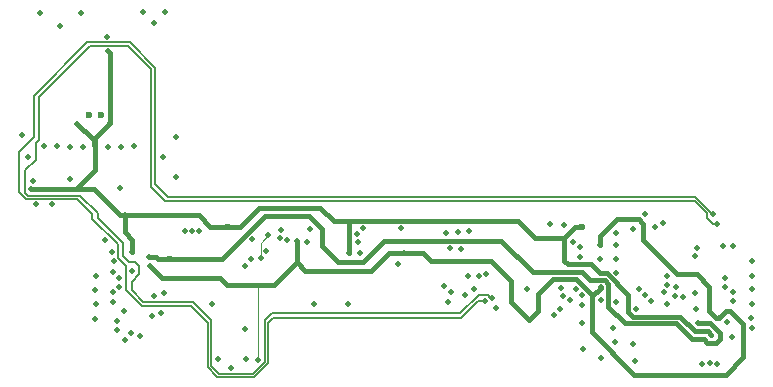
<source format=gbr>
%TF.GenerationSoftware,KiCad,Pcbnew,(6.0.7)*%
%TF.CreationDate,2022-09-26T14:07:28+03:00*%
%TF.ProjectId,202-combi-v0.2,3230322d-636f-46d6-9269-2d76302e322e,rev?*%
%TF.SameCoordinates,PX328b740PY3479d68*%
%TF.FileFunction,Copper,L4,Inr*%
%TF.FilePolarity,Positive*%
%FSLAX46Y46*%
G04 Gerber Fmt 4.6, Leading zero omitted, Abs format (unit mm)*
G04 Created by KiCad (PCBNEW (6.0.7)) date 2022-09-26 14:07:28*
%MOMM*%
%LPD*%
G01*
G04 APERTURE LIST*
%TA.AperFunction,ViaPad*%
%ADD10C,0.500000*%
%TD*%
%TA.AperFunction,ViaPad*%
%ADD11C,0.600000*%
%TD*%
%TA.AperFunction,Conductor*%
%ADD12C,0.400000*%
%TD*%
%TA.AperFunction,Conductor*%
%ADD13C,0.100000*%
%TD*%
%TA.AperFunction,Conductor*%
%ADD14C,0.150000*%
%TD*%
%TA.AperFunction,Conductor*%
%ADD15C,0.120000*%
%TD*%
G04 APERTURE END LIST*
D10*
%TO.N,/SYS_EX_nINT*%
X48175000Y-20925000D03*
X55900000Y-25175000D03*
D11*
%TO.N,+2V8*%
X14050000Y-22350000D03*
%TO.N,+3.3V*%
X19000000Y-19675000D03*
D10*
%TO.N,GND*%
X16525000Y-20025000D03*
X15325000Y-20025000D03*
X15912500Y-20025000D03*
X51825000Y-23575000D03*
X53275000Y-19825000D03*
X6550000Y-1525000D03*
X13675000Y-1425000D03*
X20475000Y-30875000D03*
X44250000Y-24950000D03*
X50450000Y-22375000D03*
X53725000Y-24950000D03*
D11*
X7175000Y-10200000D03*
D10*
X63300000Y-26175000D03*
X18125000Y-30825000D03*
X37400000Y-20175000D03*
X2675000Y-17750000D03*
X7800000Y-23775000D03*
X49050000Y-29975000D03*
X9825000Y-16375000D03*
X9250000Y-23500000D03*
X7725000Y-27425000D03*
X12700000Y-2425000D03*
X51800000Y-21175000D03*
X23475000Y-19950000D03*
D11*
X8225000Y-10175000D03*
D10*
X14550000Y-15425000D03*
X17650000Y-26150000D03*
X5550000Y-15575000D03*
X11750000Y-1425000D03*
X63350000Y-22575000D03*
X37800000Y-21450000D03*
X29150000Y-26200000D03*
X7750000Y-24975000D03*
X10850000Y-23375000D03*
X13450000Y-13725000D03*
X37625000Y-26025000D03*
X3050000Y-1525000D03*
X4750000Y-2650000D03*
X1500000Y-11875000D03*
X63300000Y-23775000D03*
X7775000Y-26175000D03*
X63300000Y-28175000D03*
X25900000Y-19800000D03*
X63350000Y-24950000D03*
X2025000Y-13725000D03*
X51850000Y-22350000D03*
X58625000Y-26575000D03*
X5550000Y-12875000D03*
X25650000Y-20950000D03*
X9125000Y-21750000D03*
X47375000Y-19475000D03*
X14525000Y-12025000D03*
X2450000Y-15725000D03*
%TO.N,+3.3V*%
X10825000Y-21800000D03*
X50500000Y-23575000D03*
X8850000Y-4750000D03*
X29250000Y-21900000D03*
X59900000Y-28825000D03*
X9000000Y-10875000D03*
X6225000Y-10925000D03*
X2325000Y-16450000D03*
D11*
X48975000Y-19650000D03*
D10*
X10225000Y-18650000D03*
D11*
X7747998Y-12647998D03*
D10*
%TO.N,+1V8*%
X24800000Y-20825000D03*
X12350000Y-22975000D03*
X60575000Y-27400000D03*
X21500000Y-30900000D03*
X44475000Y-27525000D03*
X33850000Y-21825000D03*
X50525000Y-24775000D03*
X50462500Y-21175000D03*
%TO.N,+2V8*%
X12250000Y-22175000D03*
X58750000Y-27775000D03*
%TO.N,/EXTCLK*%
X4075000Y-17725000D03*
X54275000Y-18575000D03*
X46250000Y-19375000D03*
%TO.N,/LEFT_SCL*%
X55125000Y-19700000D03*
X54300000Y-25400000D03*
%TO.N,/RIGHT_SCL*%
X48475000Y-24950000D03*
X38400000Y-20075000D03*
%TO.N,/LEFT_SDA*%
X54825000Y-25925000D03*
X55800000Y-19325000D03*
%TO.N,/RIGHT_SDA*%
X48912500Y-25425000D03*
X39375000Y-19975000D03*
%TO.N,/LEFT_PWRDN*%
X20425000Y-22950000D03*
X41361535Y-25638596D03*
X60400000Y-19425000D03*
X63275000Y-27350000D03*
%TO.N,/LEFT_RESET*%
X20875000Y-22350000D03*
X60025000Y-18575000D03*
X61660439Y-29010439D03*
X40748433Y-25948433D03*
%TO.N,/LEFT_ATT_INT*%
X61200000Y-27675000D03*
X41675000Y-26520500D03*
%TO.N,/LEFT_ATT_XSHUT*%
X58474500Y-25250000D03*
X39800000Y-24925000D03*
%TO.N,/RIGHT_PWRDN*%
X26275000Y-26175000D03*
X39050000Y-25425000D03*
X9300000Y-22575000D03*
%TO.N,/RIGHT_RESET*%
X21025000Y-20640500D03*
X8575000Y-20750000D03*
X40850000Y-23625000D03*
%TO.N,/RIGHT_ATT_INT*%
X40225000Y-23775000D03*
X21775500Y-22275000D03*
X22377061Y-20347939D03*
X13550000Y-25275000D03*
%TO.N,/RIGHT_ATT_XSHUT*%
X22200000Y-21700000D03*
X12700000Y-25525000D03*
X39300000Y-23825000D03*
%TO.N,Net-(R4-Pad1)*%
X20425000Y-28300000D03*
X19200000Y-31625000D03*
%TO.N,/SYS_SDA_1V8*%
X24000000Y-20800000D03*
X47147939Y-24802061D03*
%TO.N,/SYS_SCL_1V8*%
X47300000Y-25475000D03*
X23400000Y-20600000D03*
%TO.N,/DAT2*%
X51750000Y-29375000D03*
X11050000Y-12825000D03*
%TO.N,/DAT3*%
X51800000Y-20200000D03*
X9950000Y-12850000D03*
%TO.N,/CMD*%
X8850000Y-12850000D03*
X53550000Y-26625000D03*
%TO.N,/CLK*%
X6650000Y-12850000D03*
X53400000Y-30975000D03*
%TO.N,/DAT0*%
X50575000Y-25800000D03*
X4450000Y-12800000D03*
%TO.N,/DAT1*%
X3350000Y-12825000D03*
X53225000Y-29575000D03*
%TO.N,/CDS*%
X51562500Y-28225000D03*
X8762500Y-3587500D03*
%TO.N,/I2C_SCL_1v8_LEFT*%
X56125000Y-26150000D03*
X30125000Y-21850000D03*
%TO.N,/I2C_SDA_1v8_LEFT*%
X30000000Y-20925000D03*
X57469990Y-25569990D03*
%TO.N,/I2S_SCK*%
X50550000Y-30750000D03*
X10275000Y-29225000D03*
X56813628Y-25508498D03*
X60400000Y-31225000D03*
%TO.N,/I2S_LRCLK*%
X10725000Y-28625000D03*
X56925000Y-24775000D03*
X46550000Y-27081500D03*
X59763999Y-31216378D03*
%TO.N,/I2S_D1*%
X58475000Y-22100000D03*
X59100000Y-31225000D03*
X12550000Y-27200000D03*
X47075000Y-26625000D03*
%TO.N,/I2S_D2*%
X58700000Y-21475000D03*
X11525000Y-28925000D03*
X48900000Y-27750000D03*
%TO.N,/CSI_L_RX_CLK_N*%
X56172745Y-24565000D03*
%TO.N,/CSI_L_RX_CLK_P*%
X56172745Y-23785000D03*
%TO.N,/CSI_L_RX_D2_N*%
X61690000Y-21300000D03*
%TO.N,/CSI_L_RX_D2_P*%
X60910000Y-21300000D03*
%TO.N,/CSI_L_RX_D1_N*%
X61050000Y-23975845D03*
%TO.N,/CSI_L_RX_D1_P*%
X61050000Y-24755845D03*
%TO.N,/CSI_L_RX_D0_N*%
X61753547Y-25175845D03*
%TO.N,/CSI_L_RX_D0_P*%
X61753547Y-25955845D03*
%TO.N,/I2C_SCL_1v8_RIGHT*%
X29875000Y-20225000D03*
X13275000Y-26975000D03*
%TO.N,/I2C_SDA_1v8_RIGHT*%
X30375000Y-19775000D03*
X10175000Y-26750000D03*
%TO.N,/CSI_R_RX_CLK_N*%
X9539755Y-28374155D03*
%TO.N,/CSI_R_RX_CLK_P*%
X9539755Y-27594155D03*
%TO.N,/CSI_R_RX_D1_N*%
X48804545Y-22165000D03*
X9263544Y-25974155D03*
X37822935Y-25203609D03*
%TO.N,/CSI_R_RX_D1_P*%
X48804545Y-21385000D03*
X37271391Y-24652065D03*
X9263544Y-25194155D03*
%TO.N,/CSI_R_RX_D0_N*%
X9750000Y-24774155D03*
%TO.N,/CSI_R_RX_D0_P*%
X9750000Y-23994155D03*
%TO.N,/OE_CAM*%
X33600000Y-19725000D03*
X51800000Y-26000000D03*
%TO.N,/SYS_SCL*%
X48900000Y-26225000D03*
X33350000Y-22825000D03*
%TO.N,/SYS_SDA*%
X38675000Y-21525000D03*
X47939447Y-25819144D03*
%TD*%
D12*
%TO.N,+2V8*%
X18500000Y-22350000D02*
X14050000Y-22350000D01*
X22100000Y-18750000D02*
X18500000Y-22350000D01*
X25850000Y-18750000D02*
X22100000Y-18750000D01*
X26900000Y-19800000D02*
X25850000Y-18750000D01*
X26900000Y-21250000D02*
X26900000Y-19800000D01*
X28250000Y-22600000D02*
X26900000Y-21250000D01*
X30400000Y-22600000D02*
X28250000Y-22600000D01*
X32175000Y-20825000D02*
X30400000Y-22600000D01*
X42100000Y-20825000D02*
X32175000Y-20825000D01*
X44750000Y-23475000D02*
X42100000Y-20825000D01*
X48925000Y-23475000D02*
X44750000Y-23475000D01*
X49625000Y-24175000D02*
X48925000Y-23475000D01*
X50875000Y-24175000D02*
X49625000Y-24175000D01*
X51175000Y-26432106D02*
X51175000Y-24475000D01*
X51175000Y-24475000D02*
X50875000Y-24175000D01*
X52542894Y-27800000D02*
X51175000Y-26432106D01*
X56900000Y-27800000D02*
X52542894Y-27800000D01*
X58275000Y-29175000D02*
X56900000Y-27800000D01*
X59525000Y-29450000D02*
X59250000Y-29175000D01*
X60325000Y-29450000D02*
X59525000Y-29450000D01*
X60650000Y-29125000D02*
X60325000Y-29450000D01*
X59250000Y-29175000D02*
X58275000Y-29175000D01*
X60650000Y-28675000D02*
X60650000Y-29125000D01*
X59750000Y-27775000D02*
X60650000Y-28675000D01*
X58750000Y-27775000D02*
X59750000Y-27775000D01*
X12900000Y-22175000D02*
X12250000Y-22175000D01*
X13075000Y-22350000D02*
X12900000Y-22175000D01*
X14050000Y-22350000D02*
X13075000Y-22350000D01*
%TO.N,+3.3V*%
X10225000Y-18650000D02*
X10225000Y-20125000D01*
X57275000Y-27250000D02*
X53250000Y-27250000D01*
X10225000Y-20125000D02*
X10825000Y-20725000D01*
X7747998Y-12227002D02*
X7747998Y-12127002D01*
X6100000Y-16450000D02*
X7650000Y-16450000D01*
X7747998Y-12227002D02*
X7747998Y-14802002D01*
X26800000Y-18025000D02*
X27930000Y-19155000D01*
X29250000Y-19350000D02*
X29055000Y-19155000D01*
X9000000Y-4900000D02*
X9000000Y-10875000D01*
X7650000Y-16450000D02*
X9850000Y-18650000D01*
X9850000Y-18650000D02*
X10225000Y-18650000D01*
X17450000Y-19625000D02*
X16475000Y-18650000D01*
X29055000Y-19155000D02*
X27930000Y-19155000D01*
X48975000Y-19650000D02*
X48350000Y-19650000D01*
X47750000Y-22800000D02*
X47450000Y-22500000D01*
X59900000Y-28825000D02*
X59575000Y-28500000D01*
X20025000Y-19625000D02*
X21625000Y-18025000D01*
X43555000Y-19155000D02*
X27930000Y-19155000D01*
X48350000Y-19650000D02*
X47450000Y-20550000D01*
X16475000Y-18650000D02*
X10225000Y-18650000D01*
X47450000Y-22500000D02*
X47450000Y-20550000D01*
X10825000Y-20725000D02*
X10825000Y-21800000D01*
X52875000Y-25431102D02*
X51018898Y-23575000D01*
X7747998Y-12127002D02*
X7427002Y-12127002D01*
X6100000Y-16450000D02*
X2325000Y-16450000D01*
X44950000Y-20550000D02*
X43555000Y-19155000D01*
X49725000Y-22800000D02*
X47750000Y-22800000D01*
X59575000Y-28500000D02*
X58525000Y-28500000D01*
X7427002Y-12127002D02*
X6225000Y-10925000D01*
X20025000Y-19625000D02*
X17450000Y-19625000D01*
X52875000Y-26875000D02*
X52875000Y-25431102D01*
X47450000Y-20550000D02*
X44950000Y-20550000D01*
X50500000Y-23575000D02*
X49725000Y-22800000D01*
X7747998Y-14802002D02*
X6100000Y-16450000D01*
X51018898Y-23575000D02*
X50500000Y-23575000D01*
X29250000Y-21900000D02*
X29250000Y-19350000D01*
X53250000Y-27250000D02*
X52875000Y-26875000D01*
X8850000Y-4750000D02*
X9000000Y-4900000D01*
X21625000Y-18025000D02*
X26800000Y-18025000D01*
X7747998Y-12647998D02*
X7747998Y-12227002D01*
X7747998Y-12127002D02*
X9000000Y-10875000D01*
X58525000Y-28500000D02*
X57275000Y-27250000D01*
%TO.N,+1V8*%
X57000000Y-23675000D02*
X58650000Y-23675000D01*
X49775000Y-25400000D02*
X49775000Y-25525000D01*
X48475000Y-24100000D02*
X49775000Y-25400000D01*
X44475000Y-27525000D02*
X45225000Y-26775000D01*
X60575000Y-27350000D02*
X60575000Y-27400000D01*
X50525000Y-24775000D02*
X50525000Y-24800000D01*
X32625000Y-21825000D02*
X31100000Y-23350000D01*
D13*
X21500000Y-30900000D02*
X21500000Y-24700000D01*
D12*
X61150000Y-26775000D02*
X60575000Y-27350000D01*
X51875000Y-19000000D02*
X53725000Y-19000000D01*
X42925000Y-24250000D02*
X42925000Y-25975000D01*
X41225000Y-22550000D02*
X42925000Y-24250000D01*
X62575000Y-30700000D02*
X62575000Y-27900000D01*
X36175000Y-22550000D02*
X41225000Y-22550000D01*
X46475000Y-24100000D02*
X48475000Y-24100000D01*
X62575000Y-27900000D02*
X61450000Y-26775000D01*
X18875000Y-24575000D02*
X21625000Y-24575000D01*
X59700000Y-24725000D02*
X59700000Y-26775000D01*
X13345000Y-23970000D02*
X18270000Y-23970000D01*
X59700000Y-26775000D02*
X60325000Y-27400000D01*
X49775000Y-28575000D02*
X53350000Y-32150000D01*
X61450000Y-26775000D02*
X61150000Y-26775000D01*
X22875000Y-24575000D02*
X24800000Y-22650000D01*
X50462500Y-21175000D02*
X50462500Y-20412500D01*
X24800000Y-22650000D02*
X24800000Y-20825000D01*
X21625000Y-24575000D02*
X22875000Y-24575000D01*
X31100000Y-23350000D02*
X25500000Y-23350000D01*
X49775000Y-25525000D02*
X49775000Y-28575000D01*
X18270000Y-23970000D02*
X18875000Y-24575000D01*
X25500000Y-23350000D02*
X24800000Y-22650000D01*
X58650000Y-23675000D02*
X59700000Y-24725000D01*
X45225000Y-26775000D02*
X45225000Y-25350000D01*
X45225000Y-25350000D02*
X46475000Y-24100000D01*
X33850000Y-21825000D02*
X35450000Y-21825000D01*
X33850000Y-21825000D02*
X32625000Y-21825000D01*
X50462500Y-20412500D02*
X51875000Y-19000000D01*
X50525000Y-24800000D02*
X49800000Y-25525000D01*
X35450000Y-21825000D02*
X36175000Y-22550000D01*
X54100000Y-19375000D02*
X54100000Y-20775000D01*
X53725000Y-19000000D02*
X54100000Y-19375000D01*
X42925000Y-25975000D02*
X44475000Y-27525000D01*
X49800000Y-25525000D02*
X49775000Y-25525000D01*
D13*
X21500000Y-24700000D02*
X21625000Y-24575000D01*
D12*
X12350000Y-22975000D02*
X13345000Y-23970000D01*
X54100000Y-20775000D02*
X57000000Y-23675000D01*
X61125000Y-32150000D02*
X62575000Y-30700000D01*
X60325000Y-27400000D02*
X60575000Y-27400000D01*
X53350000Y-32150000D02*
X61125000Y-32150000D01*
D14*
%TO.N,/LEFT_PWRDN*%
X22075000Y-27550000D02*
X22075000Y-31121446D01*
X17525000Y-31400000D02*
X17525000Y-27500000D01*
X21096446Y-32100000D02*
X22075000Y-31121446D01*
X59523223Y-18923223D02*
X59523223Y-18451777D01*
X60400000Y-19425000D02*
X60025000Y-19425000D01*
X12475000Y-6300000D02*
X10480000Y-4305000D01*
X7939277Y-18889277D02*
X10050000Y-21000000D01*
X18225000Y-32100000D02*
X21096446Y-32100000D01*
X38650000Y-26950000D02*
X40200000Y-25400000D01*
X10550000Y-22600000D02*
X11075000Y-22600000D01*
X10480000Y-4305000D02*
X7320000Y-4305000D01*
X6425000Y-17000000D02*
X7939277Y-18514277D01*
X1800000Y-14875000D02*
X1800000Y-16800000D01*
X7939277Y-18514277D02*
X7939277Y-18889277D01*
X13650000Y-17425000D02*
X12475000Y-16250000D01*
X60025000Y-19425000D02*
X59523223Y-18923223D01*
X22675000Y-26950000D02*
X38650000Y-26950000D01*
X58496446Y-17425000D02*
X13650000Y-17425000D01*
X11400000Y-23675000D02*
X10800000Y-24275000D01*
X10050000Y-22100000D02*
X10550000Y-22600000D01*
X1800000Y-16800000D02*
X2000000Y-17000000D01*
X10800000Y-25025000D02*
X11775000Y-26000000D01*
X11775000Y-26000000D02*
X16025000Y-26000000D01*
X2000000Y-17000000D02*
X6425000Y-17000000D01*
X3000000Y-12300000D02*
X2725000Y-12575000D01*
X7320000Y-4305000D02*
X3000000Y-8625000D01*
X59523223Y-18451777D02*
X58496446Y-17425000D01*
X10050000Y-21000000D02*
X10050000Y-22100000D01*
X11400000Y-22925000D02*
X11400000Y-23675000D01*
X22075000Y-27550000D02*
X22675000Y-26950000D01*
X2725000Y-13950000D02*
X1800000Y-14875000D01*
X3000000Y-8625000D02*
X3000000Y-12300000D01*
X16025000Y-26000000D02*
X17525000Y-27500000D01*
X40200000Y-25400000D02*
X40925000Y-25400000D01*
X11075000Y-22600000D02*
X11400000Y-22925000D01*
X2725000Y-12575000D02*
X2725000Y-13950000D01*
X17525000Y-31400000D02*
X18225000Y-32100000D01*
X40975000Y-25450000D02*
X40925000Y-25400000D01*
X41361535Y-25638596D02*
X41163596Y-25638596D01*
X12475000Y-16250000D02*
X12475000Y-6300000D01*
X41163596Y-25638596D02*
X40975000Y-25450000D01*
X10800000Y-25025000D02*
X10800000Y-24275000D01*
%TO.N,/LEFT_RESET*%
X7067500Y-4032500D02*
X10632500Y-4032500D01*
X12775000Y-6175000D02*
X12775000Y-16025000D01*
X15825000Y-26325000D02*
X11650000Y-26325000D01*
X2525000Y-8575000D02*
X7067500Y-4032500D01*
X1875000Y-17250000D02*
X1300000Y-16675000D01*
X22350000Y-31200000D02*
X21200000Y-32350000D01*
X40748433Y-25948433D02*
X40101567Y-25948433D01*
X6200000Y-17250000D02*
X1875000Y-17250000D01*
X2525000Y-12050000D02*
X2525000Y-8575000D01*
X17250000Y-31550000D02*
X17250000Y-27750000D01*
X22800000Y-27325000D02*
X22350000Y-27775000D01*
X7475000Y-18525000D02*
X6200000Y-17250000D01*
X17250000Y-27750000D02*
X15825000Y-26325000D01*
X9625000Y-22270674D02*
X9625000Y-21100000D01*
X12775000Y-16025000D02*
X13850000Y-17100000D01*
X40101567Y-25948433D02*
X38725000Y-27325000D01*
X38725000Y-27325000D02*
X22800000Y-27325000D01*
X10350000Y-25025000D02*
X10350000Y-22995674D01*
X9625000Y-21100000D02*
X7475000Y-18950000D01*
X22350000Y-27775000D02*
X22350000Y-31200000D01*
X10350000Y-22995674D02*
X9625000Y-22270674D01*
X7475000Y-18950000D02*
X7475000Y-18525000D01*
X58525000Y-17100000D02*
X59950000Y-18525000D01*
X1300000Y-16675000D02*
X1300000Y-13275000D01*
X18050000Y-32350000D02*
X17250000Y-31550000D01*
X21200000Y-32350000D02*
X18050000Y-32350000D01*
X1300000Y-13275000D02*
X2525000Y-12050000D01*
X13850000Y-17100000D02*
X58525000Y-17100000D01*
X11650000Y-26325000D02*
X10350000Y-25025000D01*
X10632500Y-4032500D02*
X12775000Y-6175000D01*
D15*
%TO.N,/RIGHT_ATT_INT*%
X22377061Y-20372939D02*
X21770000Y-20980000D01*
X22377061Y-20347939D02*
X22377061Y-20372939D01*
X21770000Y-20980000D02*
X21770000Y-22269500D01*
X21770000Y-22269500D02*
X21775500Y-22275000D01*
%TD*%
M02*

</source>
